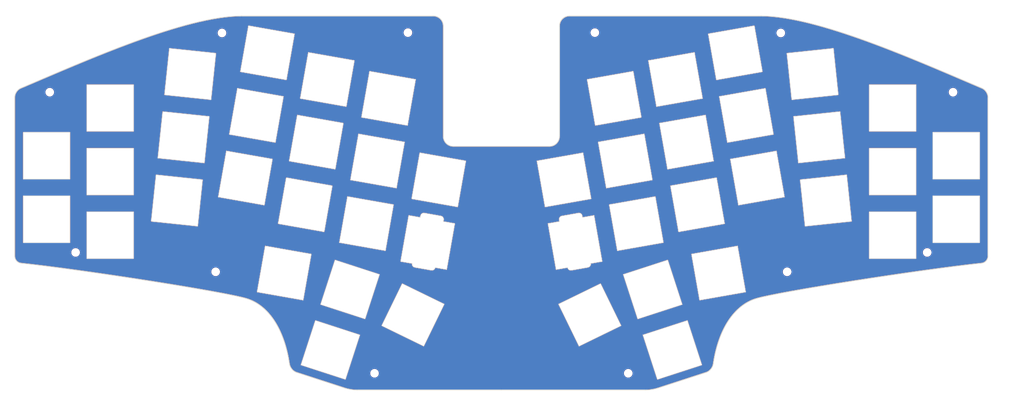
<source format=kicad_pcb>
(kicad_pcb (version 20171130) (host pcbnew "(5.1.10)-1")
  (layers (0 F.Cu signal) (31 B.Cu signal) (34 B.Paste user) (35 F.Paste user) (36 B.SilkS user) (37 F.SilkS user) (38 B.Mask user) (39 F.Mask user) (44 Edge.Cuts user))
  (net 0 "")
  (module yacc46_logo:yacc46_logo_10mm (layer F.Cu) (at 269.62 100.7 9.2)
    (fp_text reference G*** hide)
    (fp_text value LOGO hide)
  )
  (module 1m38_kbd:EC11E-and-CherryMX_HotSwap_SwitchHole (layer F.Cu) (at 147.928332 91.866438 350)
    (fp_text reference SW19)
    (fp_text value Rotary_Encoder_Switch)
    (fp_line (start -3.5 -7) (end -7 -7) (layer Edge.Cuts) (width 0.12))
    (fp_line (start 7 -7) (end 3.5 -7) (layer Edge.Cuts) (width 0.12))
    (fp_line (start 7 -7) (end 7 7) (layer Edge.Cuts) (width 0.12))
    (fp_line (start -7 7) (end -7 -7) (layer Edge.Cuts) (width 0.12))
    (fp_line (start 7 7) (end 3.5 7) (layer Edge.Cuts) (width 0.12))
    (fp_line (start 2.5 -8.5) (end -2.5 -8.5) (layer Edge.Cuts) (width 0.12))
    (fp_line (start 2.5 8) (end -2.5 8) (layer Edge.Cuts) (width 0.12))
    (fp_line (start -3.5 7) (end -7 7) (layer Edge.Cuts) (width 0.12))
    (fp_line (start -3.5 -7) (end -3.5 -7.5) (layer Edge.Cuts) (width 0.12))
    (fp_line (start 3.5 -7) (end 3.5 -7.5) (layer Edge.Cuts) (width 0.12))
    (fp_arc (start -2.5 -7.5) (end -2.5 -8.5) (angle -90) (layer Edge.Cuts) (width 0.12))
    (fp_arc (start 2.5 -7.5) (end 3.5 -7.5) (angle -90) (layer Edge.Cuts) (width 0.12))
    (fp_arc (start -2.5 7) (end -3.5 7) (angle -90) (layer Edge.Cuts) (width 0.12))
    (fp_arc (start 2.5 7) (end 2.5 8) (angle -90) (layer Edge.Cuts) (width 0.12))
  )
  (module 1m38_kbd:EC11E-and-CherryMX_HotSwap_SwitchHole (layer F.Cu) (at 192.071668 91.866438 10)
    (fp_text reference SW36)
    (fp_text value Rotary_Encoder_Switch)
    (fp_line (start -3.5 -7) (end -7 -7) (layer Edge.Cuts) (width 0.12))
    (fp_line (start 7 -7) (end 3.5 -7) (layer Edge.Cuts) (width 0.12))
    (fp_line (start 7 -7) (end 7 7) (layer Edge.Cuts) (width 0.12))
    (fp_line (start -7 7) (end -7 -7) (layer Edge.Cuts) (width 0.12))
    (fp_line (start 7 7) (end 3.5 7) (layer Edge.Cuts) (width 0.12))
    (fp_line (start 2.5 -8.5) (end -2.5 -8.5) (layer Edge.Cuts) (width 0.12))
    (fp_line (start 2.5 8) (end -2.5 8) (layer Edge.Cuts) (width 0.12))
    (fp_line (start -3.5 7) (end -7 7) (layer Edge.Cuts) (width 0.12))
    (fp_line (start -3.5 -7) (end -3.5 -7.5) (layer Edge.Cuts) (width 0.12))
    (fp_line (start 3.5 -7) (end 3.5 -7.5) (layer Edge.Cuts) (width 0.12))
    (fp_arc (start -2.5 -7.5) (end -2.5 -8.5) (angle -90) (layer Edge.Cuts) (width 0.12))
    (fp_arc (start 2.5 -7.5) (end 3.5 -7.5) (angle -90) (layer Edge.Cuts) (width 0.12))
    (fp_arc (start -2.5 7) (end -3.5 7) (angle -90) (layer Edge.Cuts) (width 0.12))
    (fp_arc (start 2.5 7) (end 2.5 8) (angle -90) (layer Edge.Cuts) (width 0.12))
  )
  (module MountingHole:MountingHole_2.2mm_M2 (layer F.Cu) (at 132 131.05)
    (fp_text reference H1 hide)
    (fp_text value MountingHole hide)
    (pad 1 np_thru_hole circle (at 0 0) (size 2.2 2.2) (drill 2.2) (layers *.Cu *.Mask))
  )
  (module MountingHole:MountingHole_2.2mm_M2 (layer F.Cu) (at 84.4 100.65)
    (fp_text reference H2 hide)
    (fp_text value MountingHole hide)
    (pad 1 np_thru_hole circle (at 0 0) (size 2.2 2.2) (drill 2.2) (layers *.Cu *.Mask))
  )
  (module MountingHole:MountingHole_2.2mm_M2 (layer F.Cu) (at 42.45 94.85)
    (fp_text reference H3 hide)
    (fp_text value MountingHole hide)
    (pad 1 np_thru_hole circle (at 0 0) (size 2.2 2.2) (drill 2.2) (layers *.Cu *.Mask))
  )
  (module MountingHole:MountingHole_2.2mm_M2 (layer F.Cu) (at 34.7 46.85)
    (fp_text reference H4 hide)
    (fp_text value MountingHole hide)
    (pad 1 np_thru_hole circle (at 0 0) (size 2.2 2.2) (drill 2.2) (layers *.Cu *.Mask))
  )
  (module MountingHole:MountingHole_2.2mm_M2 (layer F.Cu) (at 86.3 29.1)
    (fp_text reference H5 hide)
    (fp_text value MountingHole hide)
    (pad 1 np_thru_hole circle (at 0 0) (size 2.2 2.2) (drill 2.2) (layers *.Cu *.Mask))
  )
  (module MountingHole:MountingHole_2.2mm_M2 (layer F.Cu) (at 142 29)
    (fp_text reference H6 hide)
    (fp_text value MountingHole hide)
    (pad 1 np_thru_hole circle (at 0 0) (size 2.2 2.2) (drill 2.2) (layers *.Cu *.Mask))
  )
  (module MountingHole:MountingHole_2.2mm_M2 (layer F.Cu) (at 198 29)
    (fp_text reference H7 hide)
    (fp_text value MountingHole hide)
    (pad 1 np_thru_hole circle (at 0 0) (size 2.2 2.2) (drill 2.2) (layers *.Cu *.Mask))
  )
  (module MountingHole:MountingHole_2.2mm_M2 (layer F.Cu) (at 253.7 29.1)
    (fp_text reference H8 hide)
    (fp_text value MountingHole hide)
    (pad 1 np_thru_hole circle (at 0 0) (size 2.2 2.2) (drill 2.2) (layers *.Cu *.Mask))
  )
  (module MountingHole:MountingHole_2.2mm_M2 (layer F.Cu) (at 305.3 46.85)
    (fp_text reference H9 hide)
    (fp_text value MountingHole hide)
    (pad 1 np_thru_hole circle (at 0 0) (size 2.2 2.2) (drill 2.2) (layers *.Cu *.Mask))
  )
  (module MountingHole:MountingHole_2.2mm_M2 (layer F.Cu) (at 297.55 94.85)
    (fp_text reference H10 hide)
    (fp_text value MountingHole hide)
    (pad 1 np_thru_hole circle (at 0 0) (size 2.2 2.2) (drill 2.2) (layers *.Cu *.Mask))
  )
  (module MountingHole:MountingHole_2.2mm_M2 (layer F.Cu) (at 255.6 100.65)
    (fp_text reference H11 hide)
    (fp_text value MountingHole hide)
    (pad 1 np_thru_hole circle (at 0 0) (size 2.2 2.2) (drill 2.2) (layers *.Cu *.Mask))
  )
  (module MountingHole:MountingHole_2.2mm_M2 (layer F.Cu) (at 208 131.05)
    (fp_text reference H12 hide)
    (fp_text value MountingHole hide)
    (pad 1 np_thru_hole circle (at 0 0) (size 2.2 2.2) (drill 2.2) (layers *.Cu *.Mask))
  )
  (module foostan_kbd:SW_Hole (layer F.Cu) (at 151.23633 73.10585 350)
    (fp_text reference SW12 hide)
    (fp_text value SW_PUSH hide)
    (fp_line (start 7 -7) (end -7 -7) (layer Edge.Cuts) (width 0.12))
    (fp_line (start 7 7) (end 7 -7) (layer Edge.Cuts) (width 0.12))
    (fp_line (start -7 7) (end 7 7) (layer Edge.Cuts) (width 0.12))
    (fp_line (start -7 -7) (end -7 7) (layer Edge.Cuts) (width 0.12))
  )
  (module foostan_kbd:SW_Hole (layer F.Cu) (at 52.8 51.575)
    (fp_text reference SW1 hide)
    (fp_text value SW_PUSH hide)
    (fp_line (start 7 -7) (end -7 -7) (layer Edge.Cuts) (width 0.12))
    (fp_line (start 7 7) (end 7 -7) (layer Edge.Cuts) (width 0.12))
    (fp_line (start -7 7) (end 7 7) (layer Edge.Cuts) (width 0.12))
    (fp_line (start -7 -7) (end -7 7) (layer Edge.Cuts) (width 0.12))
  )
  (module foostan_kbd:SW_Hole (layer F.Cu) (at 76.775989 41.401528 354)
    (fp_text reference SW2 hide)
    (fp_text value SW_PUSH hide)
    (fp_line (start 7 -7) (end -7 -7) (layer Edge.Cuts) (width 0.12))
    (fp_line (start 7 7) (end 7 -7) (layer Edge.Cuts) (width 0.12))
    (fp_line (start -7 7) (end 7 7) (layer Edge.Cuts) (width 0.12))
    (fp_line (start -7 -7) (end -7 7) (layer Edge.Cuts) (width 0.12))
  )
  (module foostan_kbd:SW_Hole (layer F.Cu) (at 99.916564 35.040975 350)
    (fp_text reference SW3 hide)
    (fp_text value SW_PUSH hide)
    (fp_line (start 7 -7) (end -7 -7) (layer Edge.Cuts) (width 0.12))
    (fp_line (start 7 7) (end 7 -7) (layer Edge.Cuts) (width 0.12))
    (fp_line (start -7 7) (end 7 7) (layer Edge.Cuts) (width 0.12))
    (fp_line (start -7 -7) (end -7 7) (layer Edge.Cuts) (width 0.12))
  )
  (module foostan_kbd:SW_Hole (layer F.Cu) (at 117.850152 43.03912 350)
    (fp_text reference SW4 hide)
    (fp_text value SW_PUSH hide)
    (fp_line (start 7 -7) (end -7 -7) (layer Edge.Cuts) (width 0.12))
    (fp_line (start 7 7) (end 7 -7) (layer Edge.Cuts) (width 0.12))
    (fp_line (start -7 7) (end 7 7) (layer Edge.Cuts) (width 0.12))
    (fp_line (start -7 -7) (end -7 7) (layer Edge.Cuts) (width 0.12))
  )
  (module foostan_kbd:SW_Hole (layer F.Cu) (at 136.19724 48.692191 350)
    (fp_text reference SW5 hide)
    (fp_text value SW_PUSH hide)
    (fp_line (start 7 -7) (end -7 -7) (layer Edge.Cuts) (width 0.12))
    (fp_line (start 7 7) (end 7 -7) (layer Edge.Cuts) (width 0.12))
    (fp_line (start -7 7) (end 7 7) (layer Edge.Cuts) (width 0.12))
    (fp_line (start -7 -7) (end -7 7) (layer Edge.Cuts) (width 0.12))
  )
  (module foostan_kbd:SW_Hole (layer F.Cu) (at 33.75 65.8625)
    (fp_text reference SW6 hide)
    (fp_text value SW_PUSH hide)
    (fp_line (start 7 -7) (end -7 -7) (layer Edge.Cuts) (width 0.12))
    (fp_line (start 7 7) (end 7 -7) (layer Edge.Cuts) (width 0.12))
    (fp_line (start -7 7) (end 7 7) (layer Edge.Cuts) (width 0.12))
    (fp_line (start -7 -7) (end -7 7) (layer Edge.Cuts) (width 0.12))
  )
  (module foostan_kbd:SW_Hole (layer F.Cu) (at 52.8 70.625)
    (fp_text reference SW7 hide)
    (fp_text value SW_PUSH hide)
    (fp_line (start 7 -7) (end -7 -7) (layer Edge.Cuts) (width 0.12))
    (fp_line (start 7 7) (end 7 -7) (layer Edge.Cuts) (width 0.12))
    (fp_line (start -7 7) (end 7 7) (layer Edge.Cuts) (width 0.12))
    (fp_line (start -7 -7) (end -7 7) (layer Edge.Cuts) (width 0.12))
  )
  (module foostan_kbd:SW_Hole (layer F.Cu) (at 74.784721 60.34717 354)
    (fp_text reference SW8 hide)
    (fp_text value SW_PUSH hide)
    (fp_line (start 7 -7) (end -7 -7) (layer Edge.Cuts) (width 0.12))
    (fp_line (start 7 7) (end 7 -7) (layer Edge.Cuts) (width 0.12))
    (fp_line (start -7 7) (end 7 7) (layer Edge.Cuts) (width 0.12))
    (fp_line (start -7 -7) (end -7 7) (layer Edge.Cuts) (width 0.12))
  )
  (module foostan_kbd:SW_Hole (layer F.Cu) (at 96.608566 53.801563 350)
    (fp_text reference SW9 hide)
    (fp_text value SW_PUSH hide)
    (fp_line (start 7 -7) (end -7 -7) (layer Edge.Cuts) (width 0.12))
    (fp_line (start 7 7) (end 7 -7) (layer Edge.Cuts) (width 0.12))
    (fp_line (start -7 7) (end 7 7) (layer Edge.Cuts) (width 0.12))
    (fp_line (start -7 -7) (end -7 7) (layer Edge.Cuts) (width 0.12))
  )
  (module foostan_kbd:SW_Hole (layer F.Cu) (at 114.542154 61.799708 350)
    (fp_text reference SW10 hide)
    (fp_text value SW_PUSH hide)
    (fp_line (start 7 -7) (end -7 -7) (layer Edge.Cuts) (width 0.12))
    (fp_line (start 7 7) (end 7 -7) (layer Edge.Cuts) (width 0.12))
    (fp_line (start -7 7) (end 7 7) (layer Edge.Cuts) (width 0.12))
    (fp_line (start -7 -7) (end -7 7) (layer Edge.Cuts) (width 0.12))
  )
  (module foostan_kbd:SW_Hole (layer F.Cu) (at 132.889242 67.452779 350)
    (fp_text reference SW11 hide)
    (fp_text value SW_PUSH hide)
    (fp_line (start 7 -7) (end -7 -7) (layer Edge.Cuts) (width 0.12))
    (fp_line (start 7 7) (end 7 -7) (layer Edge.Cuts) (width 0.12))
    (fp_line (start -7 7) (end 7 7) (layer Edge.Cuts) (width 0.12))
    (fp_line (start -7 -7) (end -7 7) (layer Edge.Cuts) (width 0.12))
  )
  (module foostan_kbd:SW_Hole (layer F.Cu) (at 33.75 84.9125)
    (fp_text reference SW13 hide)
    (fp_text value SW_PUSH hide)
    (fp_line (start 7 -7) (end -7 -7) (layer Edge.Cuts) (width 0.12))
    (fp_line (start 7 7) (end 7 -7) (layer Edge.Cuts) (width 0.12))
    (fp_line (start -7 7) (end 7 7) (layer Edge.Cuts) (width 0.12))
    (fp_line (start -7 -7) (end -7 7) (layer Edge.Cuts) (width 0.12))
  )
  (module foostan_kbd:SW_Hole (layer F.Cu) (at 52.8 89.675)
    (fp_text reference SW14 hide)
    (fp_text value SW_PUSH hide)
    (fp_line (start 7 -7) (end -7 -7) (layer Edge.Cuts) (width 0.12))
    (fp_line (start 7 7) (end 7 -7) (layer Edge.Cuts) (width 0.12))
    (fp_line (start -7 7) (end 7 7) (layer Edge.Cuts) (width 0.12))
    (fp_line (start -7 -7) (end -7 7) (layer Edge.Cuts) (width 0.12))
  )
  (module foostan_kbd:SW_Hole (layer F.Cu) (at 72.793454 79.292812 354)
    (fp_text reference SW15 hide)
    (fp_text value SW_PUSH hide)
    (fp_line (start 7 -7) (end -7 -7) (layer Edge.Cuts) (width 0.12))
    (fp_line (start 7 7) (end 7 -7) (layer Edge.Cuts) (width 0.12))
    (fp_line (start -7 7) (end 7 7) (layer Edge.Cuts) (width 0.12))
    (fp_line (start -7 -7) (end -7 7) (layer Edge.Cuts) (width 0.12))
  )
  (module foostan_kbd:SW_Hole (layer F.Cu) (at 93.300568 72.562151 350)
    (fp_text reference SW16 hide)
    (fp_text value SW_PUSH hide)
    (fp_line (start 7 -7) (end -7 -7) (layer Edge.Cuts) (width 0.12))
    (fp_line (start 7 7) (end 7 -7) (layer Edge.Cuts) (width 0.12))
    (fp_line (start -7 7) (end 7 7) (layer Edge.Cuts) (width 0.12))
    (fp_line (start -7 -7) (end -7 7) (layer Edge.Cuts) (width 0.12))
  )
  (module foostan_kbd:SW_Hole (layer F.Cu) (at 111.234156 80.560295 350)
    (fp_text reference SW17 hide)
    (fp_text value SW_PUSH hide)
    (fp_line (start 7 -7) (end -7 -7) (layer Edge.Cuts) (width 0.12))
    (fp_line (start 7 7) (end 7 -7) (layer Edge.Cuts) (width 0.12))
    (fp_line (start -7 7) (end 7 7) (layer Edge.Cuts) (width 0.12))
    (fp_line (start -7 -7) (end -7 7) (layer Edge.Cuts) (width 0.12))
  )
  (module foostan_kbd:SW_Hole (layer F.Cu) (at 129.581244 86.213367 350)
    (fp_text reference SW18 hide)
    (fp_text value SW_PUSH hide)
    (fp_line (start 7 -7) (end -7 -7) (layer Edge.Cuts) (width 0.12))
    (fp_line (start 7 7) (end 7 -7) (layer Edge.Cuts) (width 0.12))
    (fp_line (start -7 7) (end 7 7) (layer Edge.Cuts) (width 0.12))
    (fp_line (start -7 -7) (end -7 7) (layer Edge.Cuts) (width 0.12))
  )
  (module foostan_kbd:SW_Hole (layer F.Cu) (at 104.933883 101.022996 350)
    (fp_text reference SW20 hide)
    (fp_text value SW_PUSH hide)
    (fp_line (start 7 -7) (end -7 -7) (layer Edge.Cuts) (width 0.12))
    (fp_line (start 7 7) (end 7 -7) (layer Edge.Cuts) (width 0.12))
    (fp_line (start -7 7) (end 7 7) (layer Edge.Cuts) (width 0.12))
    (fp_line (start -7 -7) (end -7 7) (layer Edge.Cuts) (width 0.12))
  )
  (module foostan_kbd:SW_Hole (layer F.Cu) (at 124.662378 105.941862 342)
    (fp_text reference SW21 hide)
    (fp_text value SW_PUSH hide)
    (fp_line (start 7 -7) (end -7 -7) (layer Edge.Cuts) (width 0.12))
    (fp_line (start 7 7) (end 7 -7) (layer Edge.Cuts) (width 0.12))
    (fp_line (start -7 7) (end 7 7) (layer Edge.Cuts) (width 0.12))
    (fp_line (start -7 -7) (end -7 7) (layer Edge.Cuts) (width 0.12))
  )
  (module foostan_kbd:SW_Hole (layer F.Cu) (at 143.514303 113.558534 334)
    (fp_text reference SW22 hide)
    (fp_text value SW_PUSH hide)
    (fp_line (start 7 -7) (end -7 -7) (layer Edge.Cuts) (width 0.12))
    (fp_line (start 7 7) (end 7 -7) (layer Edge.Cuts) (width 0.12))
    (fp_line (start -7 7) (end 7 7) (layer Edge.Cuts) (width 0.12))
    (fp_line (start -7 -7) (end -7 7) (layer Edge.Cuts) (width 0.12))
  )
  (module foostan_kbd:SW_Hole (layer F.Cu) (at 118.775604 124.059488 342)
    (fp_text reference SW23 hide)
    (fp_text value SW_PUSH hide)
    (fp_line (start 7 -7) (end -7 -7) (layer Edge.Cuts) (width 0.12))
    (fp_line (start 7 7) (end 7 -7) (layer Edge.Cuts) (width 0.12))
    (fp_line (start -7 7) (end 7 7) (layer Edge.Cuts) (width 0.12))
    (fp_line (start -7 -7) (end -7 7) (layer Edge.Cuts) (width 0.12))
  )
  (module foostan_kbd:SW_Hole (layer F.Cu) (at 203.80276 48.692191 10)
    (fp_text reference SW24 hide)
    (fp_text value SW_PUSH hide)
    (fp_line (start 7 -7) (end -7 -7) (layer Edge.Cuts) (width 0.12))
    (fp_line (start 7 7) (end 7 -7) (layer Edge.Cuts) (width 0.12))
    (fp_line (start -7 7) (end 7 7) (layer Edge.Cuts) (width 0.12))
    (fp_line (start -7 -7) (end -7 7) (layer Edge.Cuts) (width 0.12))
  )
  (module foostan_kbd:SW_Hole (layer F.Cu) (at 222.149848 43.03912 10)
    (fp_text reference SW25 hide)
    (fp_text value SW_PUSH hide)
    (fp_line (start 7 -7) (end -7 -7) (layer Edge.Cuts) (width 0.12))
    (fp_line (start 7 7) (end 7 -7) (layer Edge.Cuts) (width 0.12))
    (fp_line (start -7 7) (end 7 7) (layer Edge.Cuts) (width 0.12))
    (fp_line (start -7 -7) (end -7 7) (layer Edge.Cuts) (width 0.12))
  )
  (module foostan_kbd:SW_Hole (layer F.Cu) (at 240.083436 35.040975 10)
    (fp_text reference SW26 hide)
    (fp_text value SW_PUSH hide)
    (fp_line (start 7 -7) (end -7 -7) (layer Edge.Cuts) (width 0.12))
    (fp_line (start 7 7) (end 7 -7) (layer Edge.Cuts) (width 0.12))
    (fp_line (start -7 7) (end 7 7) (layer Edge.Cuts) (width 0.12))
    (fp_line (start -7 -7) (end -7 7) (layer Edge.Cuts) (width 0.12))
  )
  (module foostan_kbd:SW_Hole (layer F.Cu) (at 263.224011 41.401528 6)
    (fp_text reference SW27 hide)
    (fp_text value SW_PUSH hide)
    (fp_line (start 7 -7) (end -7 -7) (layer Edge.Cuts) (width 0.12))
    (fp_line (start 7 7) (end 7 -7) (layer Edge.Cuts) (width 0.12))
    (fp_line (start -7 7) (end 7 7) (layer Edge.Cuts) (width 0.12))
    (fp_line (start -7 -7) (end -7 7) (layer Edge.Cuts) (width 0.12))
  )
  (module foostan_kbd:SW_Hole (layer F.Cu) (at 287.2 51.575)
    (fp_text reference SW28 hide)
    (fp_text value SW_PUSH hide)
    (fp_line (start 7 -7) (end -7 -7) (layer Edge.Cuts) (width 0.12))
    (fp_line (start 7 7) (end 7 -7) (layer Edge.Cuts) (width 0.12))
    (fp_line (start -7 7) (end 7 7) (layer Edge.Cuts) (width 0.12))
    (fp_line (start -7 -7) (end -7 7) (layer Edge.Cuts) (width 0.12))
  )
  (module foostan_kbd:SW_Hole (layer F.Cu) (at 188.76367 73.10585 10)
    (fp_text reference SW29 hide)
    (fp_text value SW_PUSH hide)
    (fp_line (start 7 -7) (end -7 -7) (layer Edge.Cuts) (width 0.12))
    (fp_line (start 7 7) (end 7 -7) (layer Edge.Cuts) (width 0.12))
    (fp_line (start -7 7) (end 7 7) (layer Edge.Cuts) (width 0.12))
    (fp_line (start -7 -7) (end -7 7) (layer Edge.Cuts) (width 0.12))
  )
  (module foostan_kbd:SW_Hole (layer F.Cu) (at 207.110758 67.452779 10)
    (fp_text reference SW30 hide)
    (fp_text value SW_PUSH hide)
    (fp_line (start 7 -7) (end -7 -7) (layer Edge.Cuts) (width 0.12))
    (fp_line (start 7 7) (end 7 -7) (layer Edge.Cuts) (width 0.12))
    (fp_line (start -7 7) (end 7 7) (layer Edge.Cuts) (width 0.12))
    (fp_line (start -7 -7) (end -7 7) (layer Edge.Cuts) (width 0.12))
  )
  (module foostan_kbd:SW_Hole (layer F.Cu) (at 225.457846 61.799708 10)
    (fp_text reference SW31 hide)
    (fp_text value SW_PUSH hide)
    (fp_line (start 7 -7) (end -7 -7) (layer Edge.Cuts) (width 0.12))
    (fp_line (start 7 7) (end 7 -7) (layer Edge.Cuts) (width 0.12))
    (fp_line (start -7 7) (end 7 7) (layer Edge.Cuts) (width 0.12))
    (fp_line (start -7 -7) (end -7 7) (layer Edge.Cuts) (width 0.12))
  )
  (module foostan_kbd:SW_Hole (layer F.Cu) (at 243.391434 53.801563 10)
    (fp_text reference SW32 hide)
    (fp_text value SW_PUSH hide)
    (fp_line (start 7 -7) (end -7 -7) (layer Edge.Cuts) (width 0.12))
    (fp_line (start 7 7) (end 7 -7) (layer Edge.Cuts) (width 0.12))
    (fp_line (start -7 7) (end 7 7) (layer Edge.Cuts) (width 0.12))
    (fp_line (start -7 -7) (end -7 7) (layer Edge.Cuts) (width 0.12))
  )
  (module foostan_kbd:SW_Hole (layer F.Cu) (at 265.215279 60.34717 6)
    (fp_text reference SW33 hide)
    (fp_text value SW_PUSH hide)
    (fp_line (start 7 -7) (end -7 -7) (layer Edge.Cuts) (width 0.12))
    (fp_line (start 7 7) (end 7 -7) (layer Edge.Cuts) (width 0.12))
    (fp_line (start -7 7) (end 7 7) (layer Edge.Cuts) (width 0.12))
    (fp_line (start -7 -7) (end -7 7) (layer Edge.Cuts) (width 0.12))
  )
  (module foostan_kbd:SW_Hole (layer F.Cu) (at 287.2 70.625)
    (fp_text reference SW34 hide)
    (fp_text value SW_PUSH hide)
    (fp_line (start 7 -7) (end -7 -7) (layer Edge.Cuts) (width 0.12))
    (fp_line (start 7 7) (end 7 -7) (layer Edge.Cuts) (width 0.12))
    (fp_line (start -7 7) (end 7 7) (layer Edge.Cuts) (width 0.12))
    (fp_line (start -7 -7) (end -7 7) (layer Edge.Cuts) (width 0.12))
  )
  (module foostan_kbd:SW_Hole (layer F.Cu) (at 306.25 65.8625)
    (fp_text reference SW35 hide)
    (fp_text value SW_PUSH hide)
    (fp_line (start 7 -7) (end -7 -7) (layer Edge.Cuts) (width 0.12))
    (fp_line (start 7 7) (end 7 -7) (layer Edge.Cuts) (width 0.12))
    (fp_line (start -7 7) (end 7 7) (layer Edge.Cuts) (width 0.12))
    (fp_line (start -7 -7) (end -7 7) (layer Edge.Cuts) (width 0.12))
  )
  (module foostan_kbd:SW_Hole (layer F.Cu) (at 210.418756 86.213367 10)
    (fp_text reference SW37 hide)
    (fp_text value SW_PUSH hide)
    (fp_line (start 7 -7) (end -7 -7) (layer Edge.Cuts) (width 0.12))
    (fp_line (start 7 7) (end 7 -7) (layer Edge.Cuts) (width 0.12))
    (fp_line (start -7 7) (end 7 7) (layer Edge.Cuts) (width 0.12))
    (fp_line (start -7 -7) (end -7 7) (layer Edge.Cuts) (width 0.12))
  )
  (module foostan_kbd:SW_Hole (layer F.Cu) (at 228.765844 80.560295 10)
    (fp_text reference SW38 hide)
    (fp_text value SW_PUSH hide)
    (fp_line (start 7 -7) (end -7 -7) (layer Edge.Cuts) (width 0.12))
    (fp_line (start 7 7) (end 7 -7) (layer Edge.Cuts) (width 0.12))
    (fp_line (start -7 7) (end 7 7) (layer Edge.Cuts) (width 0.12))
    (fp_line (start -7 -7) (end -7 7) (layer Edge.Cuts) (width 0.12))
  )
  (module foostan_kbd:SW_Hole (layer F.Cu) (at 246.699432 72.562151 10)
    (fp_text reference SW39 hide)
    (fp_text value SW_PUSH hide)
    (fp_line (start 7 -7) (end -7 -7) (layer Edge.Cuts) (width 0.12))
    (fp_line (start 7 7) (end 7 -7) (layer Edge.Cuts) (width 0.12))
    (fp_line (start -7 7) (end 7 7) (layer Edge.Cuts) (width 0.12))
    (fp_line (start -7 -7) (end -7 7) (layer Edge.Cuts) (width 0.12))
  )
  (module foostan_kbd:SW_Hole (layer F.Cu) (at 267.206546 79.292812 6)
    (fp_text reference SW40 hide)
    (fp_text value SW_PUSH hide)
    (fp_line (start 7 -7) (end -7 -7) (layer Edge.Cuts) (width 0.12))
    (fp_line (start 7 7) (end 7 -7) (layer Edge.Cuts) (width 0.12))
    (fp_line (start -7 7) (end 7 7) (layer Edge.Cuts) (width 0.12))
    (fp_line (start -7 -7) (end -7 7) (layer Edge.Cuts) (width 0.12))
  )
  (module foostan_kbd:SW_Hole (layer F.Cu) (at 287.2 89.675)
    (fp_text reference SW41 hide)
    (fp_text value SW_PUSH hide)
    (fp_line (start 7 -7) (end -7 -7) (layer Edge.Cuts) (width 0.12))
    (fp_line (start 7 7) (end 7 -7) (layer Edge.Cuts) (width 0.12))
    (fp_line (start -7 7) (end 7 7) (layer Edge.Cuts) (width 0.12))
    (fp_line (start -7 -7) (end -7 7) (layer Edge.Cuts) (width 0.12))
  )
  (module foostan_kbd:SW_Hole (layer F.Cu) (at 306.25 84.9125)
    (fp_text reference SW42 hide)
    (fp_text value SW_PUSH hide)
    (fp_line (start 7 -7) (end -7 -7) (layer Edge.Cuts) (width 0.12))
    (fp_line (start 7 7) (end 7 -7) (layer Edge.Cuts) (width 0.12))
    (fp_line (start -7 7) (end 7 7) (layer Edge.Cuts) (width 0.12))
    (fp_line (start -7 -7) (end -7 7) (layer Edge.Cuts) (width 0.12))
  )
  (module foostan_kbd:SW_Hole (layer F.Cu) (at 196.485697 113.558534 26)
    (fp_text reference SW43 hide)
    (fp_text value SW_PUSH hide)
    (fp_line (start 7 -7) (end -7 -7) (layer Edge.Cuts) (width 0.12))
    (fp_line (start 7 7) (end 7 -7) (layer Edge.Cuts) (width 0.12))
    (fp_line (start -7 7) (end 7 7) (layer Edge.Cuts) (width 0.12))
    (fp_line (start -7 -7) (end -7 7) (layer Edge.Cuts) (width 0.12))
  )
  (module foostan_kbd:SW_Hole (layer F.Cu) (at 215.337622 105.941862 18)
    (fp_text reference SW44 hide)
    (fp_text value SW_PUSH hide)
    (fp_line (start 7 -7) (end -7 -7) (layer Edge.Cuts) (width 0.12))
    (fp_line (start 7 7) (end 7 -7) (layer Edge.Cuts) (width 0.12))
    (fp_line (start -7 7) (end 7 7) (layer Edge.Cuts) (width 0.12))
    (fp_line (start -7 -7) (end -7 7) (layer Edge.Cuts) (width 0.12))
  )
  (module foostan_kbd:SW_Hole (layer F.Cu) (at 235.066117 101.022996 10)
    (fp_text reference SW45 hide)
    (fp_text value SW_PUSH hide)
    (fp_line (start 7 -7) (end -7 -7) (layer Edge.Cuts) (width 0.12))
    (fp_line (start 7 7) (end 7 -7) (layer Edge.Cuts) (width 0.12))
    (fp_line (start -7 7) (end 7 7) (layer Edge.Cuts) (width 0.12))
    (fp_line (start -7 -7) (end -7 7) (layer Edge.Cuts) (width 0.12))
  )
  (module foostan_kbd:SW_Hole (layer F.Cu) (at 221.224396 124.059488 18)
    (fp_text reference SW46 hide)
    (fp_text value SW_PUSH hide)
    (fp_line (start 7 -7) (end -7 -7) (layer Edge.Cuts) (width 0.12))
    (fp_line (start 7 7) (end 7 -7) (layer Edge.Cuts) (width 0.12))
    (fp_line (start -7 7) (end 7 7) (layer Edge.Cuts) (width 0.12))
    (fp_line (start -7 -7) (end -7 7) (layer Edge.Cuts) (width 0.12))
  )
  (gr_arc (start 190.4 27.004364) (end 190.4 24.004364) (angle -90) (layer Edge.Cuts) (width 0.2))
  (gr_arc (start 149.6 27.004364) (end 152.6 27.004364) (angle -90) (layer Edge.Cuts) (width 0.2))
  (gr_arc (start 184.4 60.06) (end 184.4 63.06) (angle -90) (layer Edge.Cuts) (width 0.2))
  (gr_arc (start 155.6 60.06) (end 152.6 60.06) (angle -90) (layer Edge.Cuts) (width 0.2))
  (gr_line (start 187.4 60.06) (end 187.4 27.004364) (layer Edge.Cuts) (width 0.2))
  (gr_line (start 155.6 63.06) (end 184.4 63.06) (layer Edge.Cuts) (width 0.2))
  (gr_line (start 152.6 60.06) (end 152.6 27.004364) (layer Edge.Cuts) (width 0.2))
  (gr_line (start 169.989753 136.059135) (end 126.799404 136.059135) (layer Edge.Cuts) (width 0.2))
  (gr_line (start 213.180102 136.059135) (end 169.989753 136.059135) (layer Edge.Cuts) (width 0.2))
  (gr_line (start 231.391943 130.764799) (end 216.926111 135.465742) (layer Edge.Cuts) (width 0.2))
  (gr_curve (pts (xy 216.926111 135.465742) (xy 215.716315 135.858885) (xy 214.452174 136.059135) (xy 213.180102 136.059135)) (layer Edge.Cuts) (width 0.2))
  (gr_line (start 246.091585 108.73813) (end 246.091189 108.738257) (layer Edge.Cuts) (width 0.2))
  (gr_curve (pts (xy 233.460976 128.266973) (xy 233.305681 129.315857) (xy 232.400418 130.437077) (xy 231.391943 130.764799)) (layer Edge.Cuts) (width 0.2))
  (gr_curve (pts (xy 246.091189 108.738257) (xy 239.870427 110.735334) (xy 235.045829 117.562631) (xy 233.460976 128.266973)) (layer Edge.Cuts) (width 0.2))
  (gr_line (start 315.765498 48.334178) (end 315.765498 95.963947) (layer Edge.Cuts) (width 0.2))
  (gr_curve (pts (xy 313.854959 98.074126) (xy 295.950072 99.945877) (xy 252.435621 106.701743) (xy 246.091585 108.73813)) (layer Edge.Cuts) (width 0.2))
  (gr_curve (pts (xy 315.765498 95.963947) (xy 315.765498 97.024337) (xy 314.909594 97.963874) (xy 313.854959 98.074126)) (layer Edge.Cuts) (width 0.2))
  (gr_line (start 247.800014 24.004364) (end 247.800192 24.004365) (layer Edge.Cuts) (width 0.2))
  (gr_line (start 190.4 24.004364) (end 247.800014 24.004364) (layer Edge.Cuts) (width 0.2))
  (gr_line (start 92.179492 24.004364) (end 149.6 24.004364) (layer Edge.Cuts) (width 0.2))
  (gr_line (start 92.179314 24.004365) (end 92.179492 24.004364) (layer Edge.Cuts) (width 0.2))
  (gr_curve (pts (xy 313.997097 45.666406) (xy 314.973297 46.080492) (xy 315.765498 47.273788) (xy 315.765498 48.334178)) (layer Edge.Cuts) (width 0.2))
  (gr_curve (pts (xy 247.800192 24.004365) (xy 264.80227 24.04386) (xy 294.379944 37.345138) (xy 313.997097 45.666406)) (layer Edge.Cuts) (width 0.2))
  (gr_line (start 24.214003 95.963947) (end 24.214003 48.334178) (layer Edge.Cuts) (width 0.2))
  (gr_curve (pts (xy 25.982406 45.666406) (xy 45.599552 37.345138) (xy 75.177228 24.04386) (xy 92.179314 24.004365)) (layer Edge.Cuts) (width 0.2))
  (gr_curve (pts (xy 24.214003 48.334178) (xy 24.214003 47.273788) (xy 25.006211 46.080492) (xy 25.982406 45.666406)) (layer Edge.Cuts) (width 0.2))
  (gr_line (start 93.888317 108.738257) (end 93.887921 108.73813) (layer Edge.Cuts) (width 0.2))
  (gr_curve (pts (xy 26.124555 98.074126) (xy 25.069919 97.963874) (xy 24.214003 97.024337) (xy 24.214003 95.963947)) (layer Edge.Cuts) (width 0.2))
  (gr_curve (pts (xy 93.887921 108.73813) (xy 87.543885 106.701743) (xy 44.029429 99.945877) (xy 26.124555 98.074126)) (layer Edge.Cuts) (width 0.2))
  (gr_line (start 123.053395 135.465742) (end 108.587563 130.764799) (layer Edge.Cuts) (width 0.2))
  (gr_curve (pts (xy 106.51853 128.266973) (xy 104.933677 117.562631) (xy 100.109079 110.735334) (xy 93.888317 108.738257)) (layer Edge.Cuts) (width 0.2))
  (gr_curve (pts (xy 108.587563 130.764799) (xy 107.579088 130.437077) (xy 106.673825 129.315857) (xy 106.51853 128.266973)) (layer Edge.Cuts) (width 0.2))
  (gr_curve (pts (xy 126.799404 136.059135) (xy 125.527332 136.059135) (xy 124.263191 135.858885) (xy 123.053395 135.465742)) (layer Edge.Cuts) (width 0.2))
  (zone (net 0) (net_name "") (layer F.Cu) (connect_pads no (clearance 0.05)) (min_thickness 0.05) (fill yes (arc_segments 32) (thermal_gap 0.05) (thermal_bridge_width 0.1))
    (polygon (pts (xy 322.1 141.4) (xy 19.8 141.4) (xy 19.8 21.6) (xy 322.1 21.6)))
  )
  (zone (net 0) (net_name "") (layer B.Cu) (connect_pads no (clearance 0.05)) (min_thickness 0.05) (fill yes (arc_segments 32) (thermal_gap 0.05) (thermal_bridge_width 0.1))
    (polygon (pts (xy 322.58 141.84) (xy 20.28 141.84) (xy 20.28 22.04) (xy 322.58 22.04)))
  )
)
</source>
